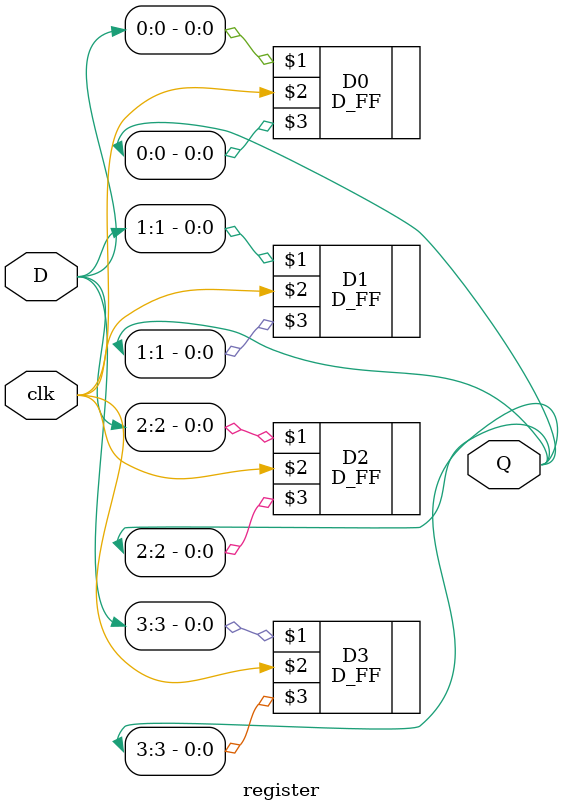
<source format=v>
module register(D, clk, Q);

input [3:0] D;
input clk;
output [3:0] Q;

D_FF D0(D[0], clk, Q[0],);
D_FF D1(D[1], clk, Q[1],);
D_FF D2(D[2], clk, Q[2],);
D_FF D3(D[3], clk, Q[3],);

endmodule
</source>
